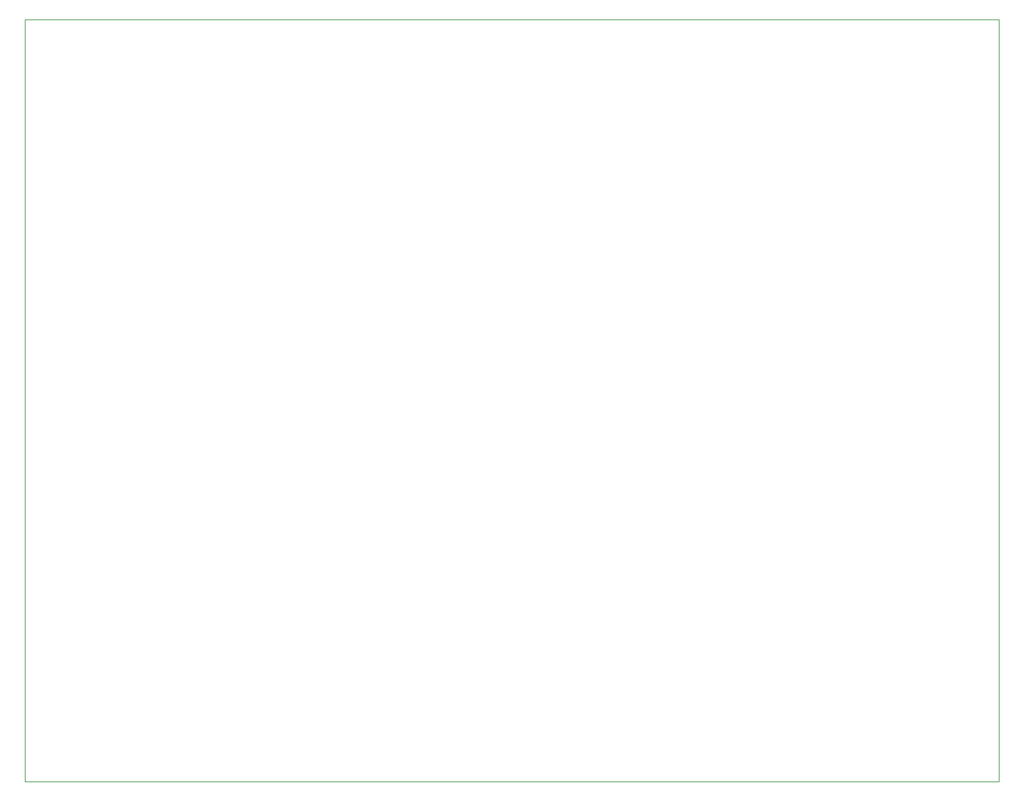
<source format=gbr>
%TF.GenerationSoftware,KiCad,Pcbnew,(6.0.4)*%
%TF.CreationDate,2022-11-13T14:24:48+02:00*%
%TF.ProjectId,pcb_heater_driver,7063625f-6865-4617-9465-725f64726976,rev?*%
%TF.SameCoordinates,Original*%
%TF.FileFunction,Profile,NP*%
%FSLAX46Y46*%
G04 Gerber Fmt 4.6, Leading zero omitted, Abs format (unit mm)*
G04 Created by KiCad (PCBNEW (6.0.4)) date 2022-11-13 14:24:48*
%MOMM*%
%LPD*%
G01*
G04 APERTURE LIST*
%TA.AperFunction,Profile*%
%ADD10C,0.100000*%
%TD*%
G04 APERTURE END LIST*
D10*
X41000000Y-21750000D02*
X163750000Y-21750000D01*
X163750000Y-21750000D02*
X163750000Y-117750000D01*
X163750000Y-117750000D02*
X41000000Y-117750000D01*
X41000000Y-117750000D02*
X41000000Y-21750000D01*
M02*

</source>
